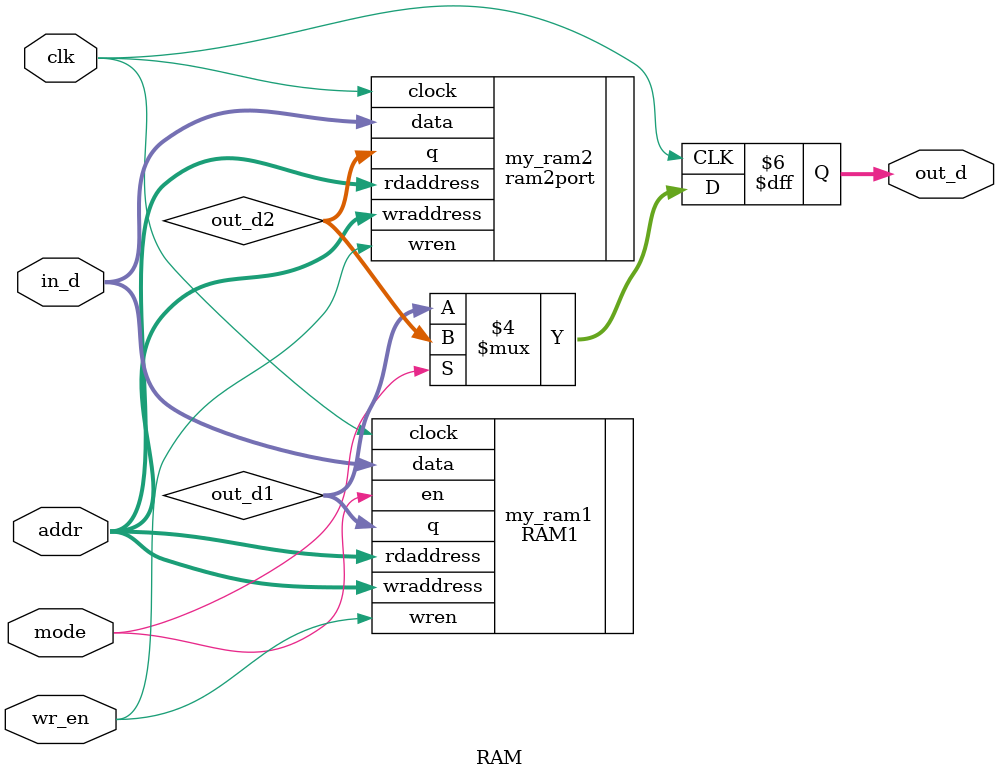
<source format=v>
module RAM(
	input clk,//clock
	input wr_en,//SW[0]
	input [3:0]addr,//SW[4:1]
	input [7:0]in_d,//[8:5]
	input mode,//0 = RAM1, 1 = RAM2, SW[9]
	output reg[7:0]out_d//LEDR[7:0]

);
//inner signals
wire [7:0]out_d1;
wire [7:0]out_d2;

ram2port my_ram2(
	.clock(clk),
	.data(in_d),
	.rdaddress(addr),
	.wraddress(addr),
	.wren(wr_en),
	.q(out_d2)
	);

RAM1 my_ram1(
	.en(mode),
	.clock(clk),
	.data(in_d),
	.rdaddress(addr),
	.wraddress(addr),
	.wren(wr_en),
	.q(out_d1)
	);

always @ (posedge clk)
begin
	if(mode == 1)
		out_d <= out_d2;
	else out_d <= out_d1;
end
	
endmodule 

/*
请在一个工程中完成如下两个存储器。两个存储器的大小均为 16×8，即每
个存储器共有 16 个存储单元，每个存储单元都是 8 位的，均可以进行读写。
RAM1：采用下面的方式进行初始化，输出端有输出缓存，输出地址有
效后，等时钟信号的上升沿到来时才输出数据。
RAM2：利用 IP 核设计一个双口存储器，利用.mif 文件进行初始化，
十六个单元的初始化值分别为：0xf0, 0xf1, 0xf2, 0xf3, 0xf4, 0xf5, 0xf6,0xf7,0xf8,
0xf9, 0xfa, 0xfb, 0xfc, 0xfd, 0xfe, 0xff。
此两个物理上完全不同的存储器共用时钟、读写地址和写使能信号，当写
使能有效时，在时钟信号的有效沿写入数据；当写使能信号无效时，在时钟信
号的有效沿输出数据。适当选择时钟信号和写使能信号，以能够分别对此两个
存储器进行读写。
*/
</source>
